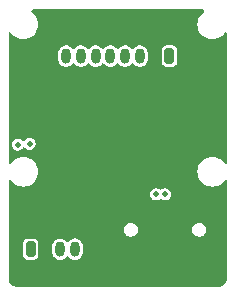
<source format=gbr>
%TF.GenerationSoftware,KiCad,Pcbnew,(6.0.0)*%
%TF.CreationDate,2022-02-06T18:38:23+08:00*%
%TF.ProjectId,FurutaPendulum_Power_Board,46757275-7461-4506-956e-64756c756d5f,rev?*%
%TF.SameCoordinates,Original*%
%TF.FileFunction,Copper,L2,Inr*%
%TF.FilePolarity,Positive*%
%FSLAX46Y46*%
G04 Gerber Fmt 4.6, Leading zero omitted, Abs format (unit mm)*
G04 Created by KiCad (PCBNEW (6.0.0)) date 2022-02-06 18:38:23*
%MOMM*%
%LPD*%
G01*
G04 APERTURE LIST*
G04 Aperture macros list*
%AMRoundRect*
0 Rectangle with rounded corners*
0 $1 Rounding radius*
0 $2 $3 $4 $5 $6 $7 $8 $9 X,Y pos of 4 corners*
0 Add a 4 corners polygon primitive as box body*
4,1,4,$2,$3,$4,$5,$6,$7,$8,$9,$2,$3,0*
0 Add four circle primitives for the rounded corners*
1,1,$1+$1,$2,$3*
1,1,$1+$1,$4,$5*
1,1,$1+$1,$6,$7*
1,1,$1+$1,$8,$9*
0 Add four rect primitives between the rounded corners*
20,1,$1+$1,$2,$3,$4,$5,0*
20,1,$1+$1,$4,$5,$6,$7,0*
20,1,$1+$1,$6,$7,$8,$9,0*
20,1,$1+$1,$8,$9,$2,$3,0*%
G04 Aperture macros list end*
%TA.AperFunction,ComponentPad*%
%ADD10RoundRect,0.200000X0.200000X0.450000X-0.200000X0.450000X-0.200000X-0.450000X0.200000X-0.450000X0*%
%TD*%
%TA.AperFunction,ComponentPad*%
%ADD11O,0.800000X1.300000*%
%TD*%
%TA.AperFunction,ComponentPad*%
%ADD12RoundRect,0.200000X-0.200000X-0.450000X0.200000X-0.450000X0.200000X0.450000X-0.200000X0.450000X0*%
%TD*%
%TA.AperFunction,ComponentPad*%
%ADD13O,1.000000X2.100000*%
%TD*%
%TA.AperFunction,ComponentPad*%
%ADD14O,1.000000X1.600000*%
%TD*%
%TA.AperFunction,ViaPad*%
%ADD15C,0.500000*%
%TD*%
G04 APERTURE END LIST*
D10*
%TO.N,+12V*%
%TO.C,J2*%
X104375000Y-97200000D03*
D11*
%TO.N,GND*%
X103125000Y-97200000D03*
%TO.N,SWDIO*%
X101875000Y-97200000D03*
%TO.N,SWCLK*%
X100625000Y-97200000D03*
%TO.N,USART_TX*%
X99375000Y-97200000D03*
%TO.N,USART_RX*%
X98125000Y-97200000D03*
%TO.N,Button*%
X96875000Y-97200000D03*
%TO.N,+3V3*%
X95625000Y-97200000D03*
%TD*%
D12*
%TO.N,+3V3*%
%TO.C,J3*%
X92625000Y-113550000D03*
D11*
%TO.N,GND*%
X93875000Y-113550000D03*
%TO.N,SWCLK*%
X95125000Y-113550000D03*
%TO.N,SWDIO*%
X96375000Y-113550000D03*
%TD*%
D13*
%TO.N,GND*%
%TO.C,J1*%
X108320000Y-111370000D03*
D14*
X99680000Y-115550000D03*
X108320000Y-115550000D03*
D13*
X99680000Y-111370000D03*
%TD*%
D15*
%TO.N,D+*%
X104010000Y-108890000D03*
X91540000Y-104690000D03*
%TO.N,D-*%
X92530000Y-104630011D03*
X103250741Y-108894086D03*
%TO.N,GND*%
X93720000Y-97370000D03*
X104725000Y-105125000D03*
X98400000Y-110350000D03*
X98400000Y-111225000D03*
X97650000Y-111225000D03*
X97650000Y-110350000D03*
X92520000Y-101850000D03*
X100975000Y-104200000D03*
X99725000Y-104200000D03*
X107250000Y-102610000D03*
%TD*%
%TA.AperFunction,Conductor*%
%TO.N,GND*%
G36*
X107261690Y-93274002D02*
G01*
X107308183Y-93327658D01*
X107318287Y-93397932D01*
X107288793Y-93462512D01*
X107265840Y-93483213D01*
X107195376Y-93532552D01*
X107195373Y-93532554D01*
X107190865Y-93535711D01*
X107035711Y-93690865D01*
X107032554Y-93695373D01*
X107032552Y-93695376D01*
X106938638Y-93829500D01*
X106909856Y-93870605D01*
X106907533Y-93875587D01*
X106907530Y-93875592D01*
X106819447Y-94064486D01*
X106817124Y-94069468D01*
X106760334Y-94281413D01*
X106742121Y-94489584D01*
X106741210Y-94500000D01*
X106760334Y-94718587D01*
X106817124Y-94930532D01*
X106819446Y-94935512D01*
X106819447Y-94935514D01*
X106907530Y-95124408D01*
X106907533Y-95124413D01*
X106909856Y-95129395D01*
X106913012Y-95133902D01*
X106913013Y-95133904D01*
X106991389Y-95245836D01*
X107035711Y-95309135D01*
X107190865Y-95464289D01*
X107195373Y-95467446D01*
X107195376Y-95467448D01*
X107366096Y-95586987D01*
X107370605Y-95590144D01*
X107375587Y-95592467D01*
X107375592Y-95592470D01*
X107564486Y-95680553D01*
X107569468Y-95682876D01*
X107574776Y-95684298D01*
X107574778Y-95684299D01*
X107776098Y-95738242D01*
X107776100Y-95738242D01*
X107781413Y-95739666D01*
X108000000Y-95758790D01*
X108218587Y-95739666D01*
X108223900Y-95738242D01*
X108223902Y-95738242D01*
X108425222Y-95684299D01*
X108425224Y-95684298D01*
X108430532Y-95682876D01*
X108435514Y-95680553D01*
X108624408Y-95592470D01*
X108624413Y-95592467D01*
X108629395Y-95590144D01*
X108633904Y-95586987D01*
X108804624Y-95467448D01*
X108804627Y-95467446D01*
X108809135Y-95464289D01*
X108964289Y-95309135D01*
X109016787Y-95234160D01*
X109072244Y-95189832D01*
X109142863Y-95182523D01*
X109206224Y-95214554D01*
X109242209Y-95275755D01*
X109246000Y-95306431D01*
X109246000Y-106193569D01*
X109225998Y-106261690D01*
X109172342Y-106308183D01*
X109102068Y-106318287D01*
X109037488Y-106288793D01*
X109016787Y-106265840D01*
X108967448Y-106195376D01*
X108967446Y-106195373D01*
X108964289Y-106190865D01*
X108809135Y-106035711D01*
X108804627Y-106032554D01*
X108804624Y-106032552D01*
X108633904Y-105913013D01*
X108633902Y-105913012D01*
X108629395Y-105909856D01*
X108624413Y-105907533D01*
X108624408Y-105907530D01*
X108435514Y-105819447D01*
X108435512Y-105819446D01*
X108430532Y-105817124D01*
X108425224Y-105815702D01*
X108425222Y-105815701D01*
X108223902Y-105761758D01*
X108223900Y-105761758D01*
X108218587Y-105760334D01*
X108000000Y-105741210D01*
X107781413Y-105760334D01*
X107776100Y-105761758D01*
X107776098Y-105761758D01*
X107574778Y-105815701D01*
X107574776Y-105815702D01*
X107569468Y-105817124D01*
X107564488Y-105819446D01*
X107564486Y-105819447D01*
X107375592Y-105907530D01*
X107375587Y-105907533D01*
X107370605Y-105909856D01*
X107366098Y-105913012D01*
X107366096Y-105913013D01*
X107195376Y-106032552D01*
X107195373Y-106032554D01*
X107190865Y-106035711D01*
X107035711Y-106190865D01*
X107032554Y-106195373D01*
X107032552Y-106195376D01*
X106938638Y-106329500D01*
X106909856Y-106370605D01*
X106907533Y-106375587D01*
X106907530Y-106375592D01*
X106819447Y-106564486D01*
X106817124Y-106569468D01*
X106760334Y-106781413D01*
X106742121Y-106989584D01*
X106741210Y-107000000D01*
X106760334Y-107218587D01*
X106817124Y-107430532D01*
X106819446Y-107435512D01*
X106819447Y-107435514D01*
X106907530Y-107624408D01*
X106907533Y-107624413D01*
X106909856Y-107629395D01*
X106913012Y-107633902D01*
X106913013Y-107633904D01*
X106991389Y-107745836D01*
X107035711Y-107809135D01*
X107190865Y-107964289D01*
X107195373Y-107967446D01*
X107195376Y-107967448D01*
X107366096Y-108086987D01*
X107370605Y-108090144D01*
X107375587Y-108092467D01*
X107375592Y-108092470D01*
X107564486Y-108180553D01*
X107569468Y-108182876D01*
X107574776Y-108184298D01*
X107574778Y-108184299D01*
X107776098Y-108238242D01*
X107776100Y-108238242D01*
X107781413Y-108239666D01*
X108000000Y-108258790D01*
X108218587Y-108239666D01*
X108223900Y-108238242D01*
X108223902Y-108238242D01*
X108425222Y-108184299D01*
X108425224Y-108184298D01*
X108430532Y-108182876D01*
X108435514Y-108180553D01*
X108624408Y-108092470D01*
X108624413Y-108092467D01*
X108629395Y-108090144D01*
X108633904Y-108086987D01*
X108804624Y-107967448D01*
X108804627Y-107967446D01*
X108809135Y-107964289D01*
X108964289Y-107809135D01*
X109016787Y-107734160D01*
X109072244Y-107689832D01*
X109142863Y-107682523D01*
X109206224Y-107714554D01*
X109242209Y-107775755D01*
X109246000Y-107806431D01*
X109246000Y-115962575D01*
X109243579Y-115987153D01*
X109241024Y-116000000D01*
X109243445Y-116012172D01*
X109243445Y-116019754D01*
X109242838Y-116032104D01*
X109232882Y-116133188D01*
X109228065Y-116157408D01*
X109192813Y-116273617D01*
X109183369Y-116296418D01*
X109126124Y-116403517D01*
X109112406Y-116424047D01*
X109035374Y-116517909D01*
X109017909Y-116535374D01*
X108924047Y-116612406D01*
X108903517Y-116626124D01*
X108796418Y-116683369D01*
X108773617Y-116692813D01*
X108657408Y-116728065D01*
X108633188Y-116732882D01*
X108532104Y-116742838D01*
X108519754Y-116743445D01*
X108512172Y-116743445D01*
X108500000Y-116741024D01*
X108487153Y-116743579D01*
X108462575Y-116746000D01*
X91537425Y-116746000D01*
X91512847Y-116743579D01*
X91500000Y-116741024D01*
X91487828Y-116743445D01*
X91480246Y-116743445D01*
X91467896Y-116742838D01*
X91366812Y-116732882D01*
X91342592Y-116728065D01*
X91226383Y-116692813D01*
X91203582Y-116683369D01*
X91096483Y-116626124D01*
X91075953Y-116612406D01*
X90982091Y-116535374D01*
X90964626Y-116517909D01*
X90887594Y-116424047D01*
X90873876Y-116403517D01*
X90816631Y-116296418D01*
X90807187Y-116273617D01*
X90771935Y-116157408D01*
X90767118Y-116133188D01*
X90757162Y-116032104D01*
X90756555Y-116019754D01*
X90756555Y-116012172D01*
X90758976Y-116000000D01*
X90756421Y-115987153D01*
X90754000Y-115962575D01*
X90754000Y-113045685D01*
X91970500Y-113045685D01*
X91970501Y-114054314D01*
X91973507Y-114086127D01*
X92018791Y-114215076D01*
X92099990Y-114325010D01*
X92209924Y-114406209D01*
X92338873Y-114451493D01*
X92346515Y-114452215D01*
X92346518Y-114452216D01*
X92361421Y-114453624D01*
X92370685Y-114454500D01*
X92624828Y-114454500D01*
X92879314Y-114454499D01*
X92882262Y-114454220D01*
X92882271Y-114454220D01*
X92903478Y-114452216D01*
X92903480Y-114452216D01*
X92911127Y-114451493D01*
X93040076Y-114406209D01*
X93150010Y-114325010D01*
X93231209Y-114215076D01*
X93276493Y-114086127D01*
X93279500Y-114054315D01*
X93279500Y-113841178D01*
X94470500Y-113841178D01*
X94486024Y-113964061D01*
X94546899Y-114117814D01*
X94551557Y-114124225D01*
X94551558Y-114124227D01*
X94592698Y-114180851D01*
X94644098Y-114251597D01*
X94771514Y-114357005D01*
X94921141Y-114427414D01*
X95016298Y-114445566D01*
X95075791Y-114456915D01*
X95075793Y-114456915D01*
X95083577Y-114458400D01*
X95248616Y-114448017D01*
X95322415Y-114424038D01*
X95398351Y-114399365D01*
X95398354Y-114399364D01*
X95405887Y-114396916D01*
X95412577Y-114392670D01*
X95412580Y-114392669D01*
X95482636Y-114348210D01*
X95545510Y-114308309D01*
X95658710Y-114187763D01*
X95660569Y-114189508D01*
X95706891Y-114153791D01*
X95777627Y-114147717D01*
X95840418Y-114180851D01*
X95854537Y-114197146D01*
X95894098Y-114251597D01*
X96021514Y-114357005D01*
X96171141Y-114427414D01*
X96266298Y-114445566D01*
X96325791Y-114456915D01*
X96325793Y-114456915D01*
X96333577Y-114458400D01*
X96498616Y-114448017D01*
X96572415Y-114424038D01*
X96648351Y-114399365D01*
X96648354Y-114399364D01*
X96655887Y-114396916D01*
X96662577Y-114392670D01*
X96662580Y-114392669D01*
X96732636Y-114348210D01*
X96795510Y-114308309D01*
X96908710Y-114187763D01*
X96988375Y-114042853D01*
X97029500Y-113882683D01*
X97029500Y-113258822D01*
X97013976Y-113135939D01*
X96953101Y-112982186D01*
X96907325Y-112919180D01*
X96895463Y-112902854D01*
X96855902Y-112848403D01*
X96728486Y-112742995D01*
X96578859Y-112672586D01*
X96465973Y-112651052D01*
X96424209Y-112643085D01*
X96424207Y-112643085D01*
X96416423Y-112641600D01*
X96251384Y-112651983D01*
X96243840Y-112654434D01*
X96243841Y-112654434D01*
X96101649Y-112700635D01*
X96101646Y-112700636D01*
X96094113Y-112703084D01*
X96087423Y-112707330D01*
X96087420Y-112707331D01*
X96031223Y-112742995D01*
X95954490Y-112791691D01*
X95841290Y-112912237D01*
X95839431Y-112910492D01*
X95793109Y-112946209D01*
X95722373Y-112952283D01*
X95659582Y-112919149D01*
X95645463Y-112902854D01*
X95610561Y-112854816D01*
X95605902Y-112848403D01*
X95478486Y-112742995D01*
X95328859Y-112672586D01*
X95215973Y-112651052D01*
X95174209Y-112643085D01*
X95174207Y-112643085D01*
X95166423Y-112641600D01*
X95001384Y-112651983D01*
X94993840Y-112654434D01*
X94993841Y-112654434D01*
X94851649Y-112700635D01*
X94851646Y-112700636D01*
X94844113Y-112703084D01*
X94837423Y-112707330D01*
X94837420Y-112707331D01*
X94781223Y-112742995D01*
X94704490Y-112791691D01*
X94591290Y-112912237D01*
X94511625Y-113057147D01*
X94470500Y-113217317D01*
X94470500Y-113841178D01*
X93279500Y-113841178D01*
X93279499Y-113045686D01*
X93276493Y-113013873D01*
X93231209Y-112884924D01*
X93150010Y-112774990D01*
X93040076Y-112693791D01*
X92911127Y-112648507D01*
X92903485Y-112647785D01*
X92903482Y-112647784D01*
X92888579Y-112646376D01*
X92879315Y-112645500D01*
X92625172Y-112645500D01*
X92370686Y-112645501D01*
X92367738Y-112645780D01*
X92367729Y-112645780D01*
X92346522Y-112647784D01*
X92346520Y-112647784D01*
X92338873Y-112648507D01*
X92209924Y-112693791D01*
X92099990Y-112774990D01*
X92018791Y-112884924D01*
X91973507Y-113013873D01*
X91970500Y-113045685D01*
X90754000Y-113045685D01*
X90754000Y-111900000D01*
X100525500Y-111900000D01*
X100545416Y-112051280D01*
X100603808Y-112192250D01*
X100696696Y-112313304D01*
X100817750Y-112406192D01*
X100958720Y-112464584D01*
X101072020Y-112479500D01*
X101147980Y-112479500D01*
X101261280Y-112464584D01*
X101402250Y-112406192D01*
X101523304Y-112313304D01*
X101616192Y-112192250D01*
X101674584Y-112051280D01*
X101694500Y-111900000D01*
X106305500Y-111900000D01*
X106325416Y-112051280D01*
X106383808Y-112192250D01*
X106476696Y-112313304D01*
X106597750Y-112406192D01*
X106738720Y-112464584D01*
X106852020Y-112479500D01*
X106927980Y-112479500D01*
X107041280Y-112464584D01*
X107182250Y-112406192D01*
X107303304Y-112313304D01*
X107396192Y-112192250D01*
X107454584Y-112051280D01*
X107474500Y-111900000D01*
X107454584Y-111748720D01*
X107396192Y-111607750D01*
X107303304Y-111486696D01*
X107182250Y-111393808D01*
X107041280Y-111335416D01*
X106927980Y-111320500D01*
X106852020Y-111320500D01*
X106738720Y-111335416D01*
X106597750Y-111393808D01*
X106476696Y-111486696D01*
X106383808Y-111607750D01*
X106325416Y-111748720D01*
X106305500Y-111900000D01*
X101694500Y-111900000D01*
X101674584Y-111748720D01*
X101616192Y-111607750D01*
X101523304Y-111486696D01*
X101402250Y-111393808D01*
X101261280Y-111335416D01*
X101147980Y-111320500D01*
X101072020Y-111320500D01*
X100958720Y-111335416D01*
X100817750Y-111393808D01*
X100696696Y-111486696D01*
X100603808Y-111607750D01*
X100545416Y-111748720D01*
X100525500Y-111900000D01*
X90754000Y-111900000D01*
X90754000Y-108887859D01*
X102741091Y-108887859D01*
X102742255Y-108896761D01*
X102742255Y-108896764D01*
X102742999Y-108902453D01*
X102759829Y-109031151D01*
X102818030Y-109163425D01*
X102911017Y-109274046D01*
X102918488Y-109279019D01*
X102918489Y-109279020D01*
X103023842Y-109349149D01*
X103023844Y-109349150D01*
X103031315Y-109354123D01*
X103039879Y-109356799D01*
X103039882Y-109356800D01*
X103100283Y-109375671D01*
X103169251Y-109397218D01*
X103313739Y-109399866D01*
X103323452Y-109397218D01*
X103444504Y-109364216D01*
X103444506Y-109364215D01*
X103453163Y-109361855D01*
X103480511Y-109345063D01*
X103569244Y-109290581D01*
X103637762Y-109271983D01*
X103704992Y-109293069D01*
X103783101Y-109345063D01*
X103783103Y-109345064D01*
X103790574Y-109350037D01*
X103799138Y-109352713D01*
X103799141Y-109352714D01*
X103828400Y-109361855D01*
X103928510Y-109393132D01*
X104072998Y-109395780D01*
X104092530Y-109390455D01*
X104203763Y-109360130D01*
X104203765Y-109360129D01*
X104212422Y-109357769D01*
X104335572Y-109282154D01*
X104432551Y-109175014D01*
X104495560Y-109044962D01*
X104519536Y-108902453D01*
X104519688Y-108890000D01*
X104499201Y-108746948D01*
X104439388Y-108615395D01*
X104433530Y-108608596D01*
X104433527Y-108608592D01*
X104350916Y-108512718D01*
X104350913Y-108512716D01*
X104345056Y-108505918D01*
X104284423Y-108466618D01*
X104231324Y-108432200D01*
X104231322Y-108432199D01*
X104223790Y-108427317D01*
X104206921Y-108422272D01*
X104093938Y-108388482D01*
X104093936Y-108388482D01*
X104085337Y-108385910D01*
X104076363Y-108385855D01*
X104076361Y-108385855D01*
X104013082Y-108385469D01*
X103940827Y-108385028D01*
X103932196Y-108387495D01*
X103932194Y-108387495D01*
X103810509Y-108422272D01*
X103810505Y-108422274D01*
X103801879Y-108424739D01*
X103794288Y-108429528D01*
X103794287Y-108429529D01*
X103693873Y-108492885D01*
X103625588Y-108512319D01*
X103558106Y-108492055D01*
X103472065Y-108436286D01*
X103472063Y-108436285D01*
X103464531Y-108431403D01*
X103434000Y-108422272D01*
X103334679Y-108392568D01*
X103334677Y-108392568D01*
X103326078Y-108389996D01*
X103317104Y-108389941D01*
X103317102Y-108389941D01*
X103253823Y-108389555D01*
X103181568Y-108389114D01*
X103172937Y-108391581D01*
X103172935Y-108391581D01*
X103051250Y-108426358D01*
X103051246Y-108426360D01*
X103042620Y-108428825D01*
X103035033Y-108433612D01*
X103035031Y-108433613D01*
X102941091Y-108492885D01*
X102920402Y-108505939D01*
X102824740Y-108614256D01*
X102820926Y-108622379D01*
X102820925Y-108622381D01*
X102791265Y-108685555D01*
X102763324Y-108745068D01*
X102761944Y-108753932D01*
X102761943Y-108753935D01*
X102761648Y-108755835D01*
X102741091Y-108887859D01*
X90754000Y-108887859D01*
X90754000Y-107806431D01*
X90774002Y-107738310D01*
X90827658Y-107691817D01*
X90897932Y-107681713D01*
X90962512Y-107711207D01*
X90983213Y-107734160D01*
X91035711Y-107809135D01*
X91190865Y-107964289D01*
X91195373Y-107967446D01*
X91195376Y-107967448D01*
X91366096Y-108086987D01*
X91370605Y-108090144D01*
X91375587Y-108092467D01*
X91375592Y-108092470D01*
X91564486Y-108180553D01*
X91569468Y-108182876D01*
X91574776Y-108184298D01*
X91574778Y-108184299D01*
X91776098Y-108238242D01*
X91776100Y-108238242D01*
X91781413Y-108239666D01*
X92000000Y-108258790D01*
X92218587Y-108239666D01*
X92223900Y-108238242D01*
X92223902Y-108238242D01*
X92425222Y-108184299D01*
X92425224Y-108184298D01*
X92430532Y-108182876D01*
X92435514Y-108180553D01*
X92624408Y-108092470D01*
X92624413Y-108092467D01*
X92629395Y-108090144D01*
X92633904Y-108086987D01*
X92804624Y-107967448D01*
X92804627Y-107967446D01*
X92809135Y-107964289D01*
X92964289Y-107809135D01*
X93008612Y-107745836D01*
X93086987Y-107633904D01*
X93086988Y-107633902D01*
X93090144Y-107629395D01*
X93092467Y-107624413D01*
X93092470Y-107624408D01*
X93180553Y-107435514D01*
X93180554Y-107435512D01*
X93182876Y-107430532D01*
X93239666Y-107218587D01*
X93258790Y-107000000D01*
X93239666Y-106781413D01*
X93182876Y-106569468D01*
X93180553Y-106564486D01*
X93092470Y-106375592D01*
X93092467Y-106375587D01*
X93090144Y-106370605D01*
X93061362Y-106329500D01*
X92967448Y-106195376D01*
X92967446Y-106195373D01*
X92964289Y-106190865D01*
X92809135Y-106035711D01*
X92804627Y-106032554D01*
X92804624Y-106032552D01*
X92633904Y-105913013D01*
X92633902Y-105913012D01*
X92629395Y-105909856D01*
X92624413Y-105907533D01*
X92624408Y-105907530D01*
X92435514Y-105819447D01*
X92435512Y-105819446D01*
X92430532Y-105817124D01*
X92425224Y-105815702D01*
X92425222Y-105815701D01*
X92223902Y-105761758D01*
X92223900Y-105761758D01*
X92218587Y-105760334D01*
X92000000Y-105741210D01*
X91781413Y-105760334D01*
X91776100Y-105761758D01*
X91776098Y-105761758D01*
X91574778Y-105815701D01*
X91574776Y-105815702D01*
X91569468Y-105817124D01*
X91564488Y-105819446D01*
X91564486Y-105819447D01*
X91375592Y-105907530D01*
X91375587Y-105907533D01*
X91370605Y-105909856D01*
X91366098Y-105913012D01*
X91366096Y-105913013D01*
X91195376Y-106032552D01*
X91195373Y-106032554D01*
X91190865Y-106035711D01*
X91035711Y-106190865D01*
X91032554Y-106195373D01*
X91032552Y-106195376D01*
X90983213Y-106265840D01*
X90927756Y-106310168D01*
X90857137Y-106317477D01*
X90793776Y-106285446D01*
X90757791Y-106224245D01*
X90754000Y-106193569D01*
X90754000Y-104683773D01*
X91030350Y-104683773D01*
X91049088Y-104827065D01*
X91107289Y-104959339D01*
X91200276Y-105069960D01*
X91207747Y-105074933D01*
X91207748Y-105074934D01*
X91313101Y-105145063D01*
X91313103Y-105145064D01*
X91320574Y-105150037D01*
X91329138Y-105152713D01*
X91329141Y-105152714D01*
X91389542Y-105171585D01*
X91458510Y-105193132D01*
X91602998Y-105195780D01*
X91622530Y-105190455D01*
X91733763Y-105160130D01*
X91733765Y-105160129D01*
X91742422Y-105157769D01*
X91865572Y-105082154D01*
X91962551Y-104975014D01*
X91963491Y-104975865D01*
X92011257Y-104936298D01*
X92081738Y-104927758D01*
X92145648Y-104958678D01*
X92157492Y-104970970D01*
X92166418Y-104981588D01*
X92190276Y-105009971D01*
X92197747Y-105014944D01*
X92197748Y-105014945D01*
X92303101Y-105085074D01*
X92303103Y-105085075D01*
X92310574Y-105090048D01*
X92319138Y-105092724D01*
X92319141Y-105092725D01*
X92379542Y-105111595D01*
X92448510Y-105133143D01*
X92592998Y-105135791D01*
X92612530Y-105130466D01*
X92723763Y-105100141D01*
X92723765Y-105100140D01*
X92732422Y-105097780D01*
X92855572Y-105022165D01*
X92952551Y-104915025D01*
X93015560Y-104784973D01*
X93039536Y-104642464D01*
X93039688Y-104630011D01*
X93019201Y-104486959D01*
X92959388Y-104355406D01*
X92953530Y-104348607D01*
X92953527Y-104348603D01*
X92870916Y-104252729D01*
X92870913Y-104252727D01*
X92865056Y-104245929D01*
X92804423Y-104206628D01*
X92751324Y-104172211D01*
X92751322Y-104172210D01*
X92743790Y-104167328D01*
X92726921Y-104162283D01*
X92613938Y-104128493D01*
X92613936Y-104128493D01*
X92605337Y-104125921D01*
X92596363Y-104125866D01*
X92596361Y-104125866D01*
X92533082Y-104125480D01*
X92460827Y-104125039D01*
X92452196Y-104127506D01*
X92452194Y-104127506D01*
X92330509Y-104162283D01*
X92330505Y-104162285D01*
X92321879Y-104164750D01*
X92314292Y-104169537D01*
X92314290Y-104169538D01*
X92219214Y-104229527D01*
X92199661Y-104241864D01*
X92193718Y-104248593D01*
X92193717Y-104248594D01*
X92140737Y-104308583D01*
X92103999Y-104350181D01*
X92101436Y-104347917D01*
X92059906Y-104383170D01*
X91989533Y-104392559D01*
X91925256Y-104362411D01*
X91913279Y-104350278D01*
X91875056Y-104305918D01*
X91792996Y-104252729D01*
X91761324Y-104232200D01*
X91761322Y-104232199D01*
X91753790Y-104227317D01*
X91736921Y-104222272D01*
X91623938Y-104188482D01*
X91623936Y-104188482D01*
X91615337Y-104185910D01*
X91606363Y-104185855D01*
X91606361Y-104185855D01*
X91543082Y-104185469D01*
X91470827Y-104185028D01*
X91462196Y-104187495D01*
X91462194Y-104187495D01*
X91340509Y-104222272D01*
X91340505Y-104222274D01*
X91331879Y-104224739D01*
X91324292Y-104229526D01*
X91324290Y-104229527D01*
X91217254Y-104297062D01*
X91209661Y-104301853D01*
X91203718Y-104308582D01*
X91203717Y-104308583D01*
X91132914Y-104388752D01*
X91113999Y-104410170D01*
X91052583Y-104540982D01*
X91051203Y-104549846D01*
X91051202Y-104549849D01*
X91037539Y-104637604D01*
X91030350Y-104683773D01*
X90754000Y-104683773D01*
X90754000Y-97491178D01*
X94970500Y-97491178D01*
X94986024Y-97614061D01*
X95046899Y-97767814D01*
X95051557Y-97774225D01*
X95051558Y-97774227D01*
X95092698Y-97830851D01*
X95144098Y-97901597D01*
X95271514Y-98007005D01*
X95421141Y-98077414D01*
X95516298Y-98095566D01*
X95575791Y-98106915D01*
X95575793Y-98106915D01*
X95583577Y-98108400D01*
X95748616Y-98098017D01*
X95822415Y-98074038D01*
X95898351Y-98049365D01*
X95898354Y-98049364D01*
X95905887Y-98046916D01*
X95912577Y-98042670D01*
X95912580Y-98042669D01*
X95982636Y-97998210D01*
X96045510Y-97958309D01*
X96158710Y-97837763D01*
X96160569Y-97839508D01*
X96206891Y-97803791D01*
X96277627Y-97797717D01*
X96340418Y-97830851D01*
X96354537Y-97847146D01*
X96394098Y-97901597D01*
X96521514Y-98007005D01*
X96671141Y-98077414D01*
X96766298Y-98095566D01*
X96825791Y-98106915D01*
X96825793Y-98106915D01*
X96833577Y-98108400D01*
X96998616Y-98098017D01*
X97072415Y-98074038D01*
X97148351Y-98049365D01*
X97148354Y-98049364D01*
X97155887Y-98046916D01*
X97162577Y-98042670D01*
X97162580Y-98042669D01*
X97232636Y-97998210D01*
X97295510Y-97958309D01*
X97408710Y-97837763D01*
X97410569Y-97839508D01*
X97456891Y-97803791D01*
X97527627Y-97797717D01*
X97590418Y-97830851D01*
X97604537Y-97847146D01*
X97644098Y-97901597D01*
X97771514Y-98007005D01*
X97921141Y-98077414D01*
X98016298Y-98095566D01*
X98075791Y-98106915D01*
X98075793Y-98106915D01*
X98083577Y-98108400D01*
X98248616Y-98098017D01*
X98322415Y-98074038D01*
X98398351Y-98049365D01*
X98398354Y-98049364D01*
X98405887Y-98046916D01*
X98412577Y-98042670D01*
X98412580Y-98042669D01*
X98482636Y-97998210D01*
X98545510Y-97958309D01*
X98658710Y-97837763D01*
X98660569Y-97839508D01*
X98706891Y-97803791D01*
X98777627Y-97797717D01*
X98840418Y-97830851D01*
X98854537Y-97847146D01*
X98894098Y-97901597D01*
X99021514Y-98007005D01*
X99171141Y-98077414D01*
X99266298Y-98095566D01*
X99325791Y-98106915D01*
X99325793Y-98106915D01*
X99333577Y-98108400D01*
X99498616Y-98098017D01*
X99572415Y-98074038D01*
X99648351Y-98049365D01*
X99648354Y-98049364D01*
X99655887Y-98046916D01*
X99662577Y-98042670D01*
X99662580Y-98042669D01*
X99732636Y-97998210D01*
X99795510Y-97958309D01*
X99908710Y-97837763D01*
X99910569Y-97839508D01*
X99956891Y-97803791D01*
X100027627Y-97797717D01*
X100090418Y-97830851D01*
X100104537Y-97847146D01*
X100144098Y-97901597D01*
X100271514Y-98007005D01*
X100421141Y-98077414D01*
X100516298Y-98095566D01*
X100575791Y-98106915D01*
X100575793Y-98106915D01*
X100583577Y-98108400D01*
X100748616Y-98098017D01*
X100822415Y-98074038D01*
X100898351Y-98049365D01*
X100898354Y-98049364D01*
X100905887Y-98046916D01*
X100912577Y-98042670D01*
X100912580Y-98042669D01*
X100982636Y-97998210D01*
X101045510Y-97958309D01*
X101158710Y-97837763D01*
X101160569Y-97839508D01*
X101206891Y-97803791D01*
X101277627Y-97797717D01*
X101340418Y-97830851D01*
X101354537Y-97847146D01*
X101394098Y-97901597D01*
X101521514Y-98007005D01*
X101671141Y-98077414D01*
X101766298Y-98095566D01*
X101825791Y-98106915D01*
X101825793Y-98106915D01*
X101833577Y-98108400D01*
X101998616Y-98098017D01*
X102072415Y-98074038D01*
X102148351Y-98049365D01*
X102148354Y-98049364D01*
X102155887Y-98046916D01*
X102162577Y-98042670D01*
X102162580Y-98042669D01*
X102232636Y-97998210D01*
X102295510Y-97958309D01*
X102408710Y-97837763D01*
X102488375Y-97692853D01*
X102529500Y-97532683D01*
X102529500Y-96908822D01*
X102513976Y-96785939D01*
X102478242Y-96695685D01*
X103720500Y-96695685D01*
X103720501Y-97704314D01*
X103723507Y-97736127D01*
X103768791Y-97865076D01*
X103849990Y-97975010D01*
X103959924Y-98056209D01*
X104088873Y-98101493D01*
X104096515Y-98102215D01*
X104096518Y-98102216D01*
X104111421Y-98103624D01*
X104120685Y-98104500D01*
X104374828Y-98104500D01*
X104629314Y-98104499D01*
X104632262Y-98104220D01*
X104632271Y-98104220D01*
X104653478Y-98102216D01*
X104653480Y-98102216D01*
X104661127Y-98101493D01*
X104790076Y-98056209D01*
X104900010Y-97975010D01*
X104981209Y-97865076D01*
X105026493Y-97736127D01*
X105029500Y-97704315D01*
X105029499Y-96695686D01*
X105026493Y-96663873D01*
X104981209Y-96534924D01*
X104900010Y-96424990D01*
X104790076Y-96343791D01*
X104661127Y-96298507D01*
X104653485Y-96297785D01*
X104653482Y-96297784D01*
X104638579Y-96296376D01*
X104629315Y-96295500D01*
X104375172Y-96295500D01*
X104120686Y-96295501D01*
X104117738Y-96295780D01*
X104117729Y-96295780D01*
X104096522Y-96297784D01*
X104096520Y-96297784D01*
X104088873Y-96298507D01*
X103959924Y-96343791D01*
X103849990Y-96424990D01*
X103768791Y-96534924D01*
X103723507Y-96663873D01*
X103720500Y-96695685D01*
X102478242Y-96695685D01*
X102453101Y-96632186D01*
X102407325Y-96569180D01*
X102395463Y-96552854D01*
X102355902Y-96498403D01*
X102228486Y-96392995D01*
X102078859Y-96322586D01*
X101965973Y-96301052D01*
X101924209Y-96293085D01*
X101924207Y-96293085D01*
X101916423Y-96291600D01*
X101751384Y-96301983D01*
X101743840Y-96304434D01*
X101743841Y-96304434D01*
X101601649Y-96350635D01*
X101601646Y-96350636D01*
X101594113Y-96353084D01*
X101587423Y-96357330D01*
X101587420Y-96357331D01*
X101531223Y-96392995D01*
X101454490Y-96441691D01*
X101341290Y-96562237D01*
X101339431Y-96560492D01*
X101293109Y-96596209D01*
X101222373Y-96602283D01*
X101159582Y-96569149D01*
X101145463Y-96552854D01*
X101110561Y-96504816D01*
X101105902Y-96498403D01*
X100978486Y-96392995D01*
X100828859Y-96322586D01*
X100715973Y-96301052D01*
X100674209Y-96293085D01*
X100674207Y-96293085D01*
X100666423Y-96291600D01*
X100501384Y-96301983D01*
X100493840Y-96304434D01*
X100493841Y-96304434D01*
X100351649Y-96350635D01*
X100351646Y-96350636D01*
X100344113Y-96353084D01*
X100337423Y-96357330D01*
X100337420Y-96357331D01*
X100281223Y-96392995D01*
X100204490Y-96441691D01*
X100091290Y-96562237D01*
X100089431Y-96560492D01*
X100043109Y-96596209D01*
X99972373Y-96602283D01*
X99909582Y-96569149D01*
X99895463Y-96552854D01*
X99860561Y-96504816D01*
X99855902Y-96498403D01*
X99728486Y-96392995D01*
X99578859Y-96322586D01*
X99465973Y-96301052D01*
X99424209Y-96293085D01*
X99424207Y-96293085D01*
X99416423Y-96291600D01*
X99251384Y-96301983D01*
X99243840Y-96304434D01*
X99243841Y-96304434D01*
X99101649Y-96350635D01*
X99101646Y-96350636D01*
X99094113Y-96353084D01*
X99087423Y-96357330D01*
X99087420Y-96357331D01*
X99031223Y-96392995D01*
X98954490Y-96441691D01*
X98841290Y-96562237D01*
X98839431Y-96560492D01*
X98793109Y-96596209D01*
X98722373Y-96602283D01*
X98659582Y-96569149D01*
X98645463Y-96552854D01*
X98610561Y-96504816D01*
X98605902Y-96498403D01*
X98478486Y-96392995D01*
X98328859Y-96322586D01*
X98215973Y-96301052D01*
X98174209Y-96293085D01*
X98174207Y-96293085D01*
X98166423Y-96291600D01*
X98001384Y-96301983D01*
X97993840Y-96304434D01*
X97993841Y-96304434D01*
X97851649Y-96350635D01*
X97851646Y-96350636D01*
X97844113Y-96353084D01*
X97837423Y-96357330D01*
X97837420Y-96357331D01*
X97781223Y-96392995D01*
X97704490Y-96441691D01*
X97591290Y-96562237D01*
X97589431Y-96560492D01*
X97543109Y-96596209D01*
X97472373Y-96602283D01*
X97409582Y-96569149D01*
X97395463Y-96552854D01*
X97360561Y-96504816D01*
X97355902Y-96498403D01*
X97228486Y-96392995D01*
X97078859Y-96322586D01*
X96965973Y-96301052D01*
X96924209Y-96293085D01*
X96924207Y-96293085D01*
X96916423Y-96291600D01*
X96751384Y-96301983D01*
X96743840Y-96304434D01*
X96743841Y-96304434D01*
X96601649Y-96350635D01*
X96601646Y-96350636D01*
X96594113Y-96353084D01*
X96587423Y-96357330D01*
X96587420Y-96357331D01*
X96531223Y-96392995D01*
X96454490Y-96441691D01*
X96341290Y-96562237D01*
X96339431Y-96560492D01*
X96293109Y-96596209D01*
X96222373Y-96602283D01*
X96159582Y-96569149D01*
X96145463Y-96552854D01*
X96110561Y-96504816D01*
X96105902Y-96498403D01*
X95978486Y-96392995D01*
X95828859Y-96322586D01*
X95715973Y-96301052D01*
X95674209Y-96293085D01*
X95674207Y-96293085D01*
X95666423Y-96291600D01*
X95501384Y-96301983D01*
X95493840Y-96304434D01*
X95493841Y-96304434D01*
X95351649Y-96350635D01*
X95351646Y-96350636D01*
X95344113Y-96353084D01*
X95337423Y-96357330D01*
X95337420Y-96357331D01*
X95281223Y-96392995D01*
X95204490Y-96441691D01*
X95091290Y-96562237D01*
X95011625Y-96707147D01*
X94970500Y-96867317D01*
X94970500Y-97491178D01*
X90754000Y-97491178D01*
X90754000Y-95306431D01*
X90774002Y-95238310D01*
X90827658Y-95191817D01*
X90897932Y-95181713D01*
X90962512Y-95211207D01*
X90983213Y-95234160D01*
X91035711Y-95309135D01*
X91190865Y-95464289D01*
X91195373Y-95467446D01*
X91195376Y-95467448D01*
X91366096Y-95586987D01*
X91370605Y-95590144D01*
X91375587Y-95592467D01*
X91375592Y-95592470D01*
X91564486Y-95680553D01*
X91569468Y-95682876D01*
X91574776Y-95684298D01*
X91574778Y-95684299D01*
X91776098Y-95738242D01*
X91776100Y-95738242D01*
X91781413Y-95739666D01*
X92000000Y-95758790D01*
X92218587Y-95739666D01*
X92223900Y-95738242D01*
X92223902Y-95738242D01*
X92425222Y-95684299D01*
X92425224Y-95684298D01*
X92430532Y-95682876D01*
X92435514Y-95680553D01*
X92624408Y-95592470D01*
X92624413Y-95592467D01*
X92629395Y-95590144D01*
X92633904Y-95586987D01*
X92804624Y-95467448D01*
X92804627Y-95467446D01*
X92809135Y-95464289D01*
X92964289Y-95309135D01*
X93008612Y-95245836D01*
X93086987Y-95133904D01*
X93086988Y-95133902D01*
X93090144Y-95129395D01*
X93092467Y-95124413D01*
X93092470Y-95124408D01*
X93180553Y-94935514D01*
X93180554Y-94935512D01*
X93182876Y-94930532D01*
X93239666Y-94718587D01*
X93258790Y-94500000D01*
X93239666Y-94281413D01*
X93182876Y-94069468D01*
X93180553Y-94064486D01*
X93092470Y-93875592D01*
X93092467Y-93875587D01*
X93090144Y-93870605D01*
X93061362Y-93829500D01*
X92967448Y-93695376D01*
X92967446Y-93695373D01*
X92964289Y-93690865D01*
X92809135Y-93535711D01*
X92804627Y-93532554D01*
X92804624Y-93532552D01*
X92734160Y-93483213D01*
X92689832Y-93427756D01*
X92682523Y-93357137D01*
X92714554Y-93293776D01*
X92775755Y-93257791D01*
X92806431Y-93254000D01*
X107193569Y-93254000D01*
X107261690Y-93274002D01*
G37*
%TD.AperFunction*%
%TD*%
M02*

</source>
